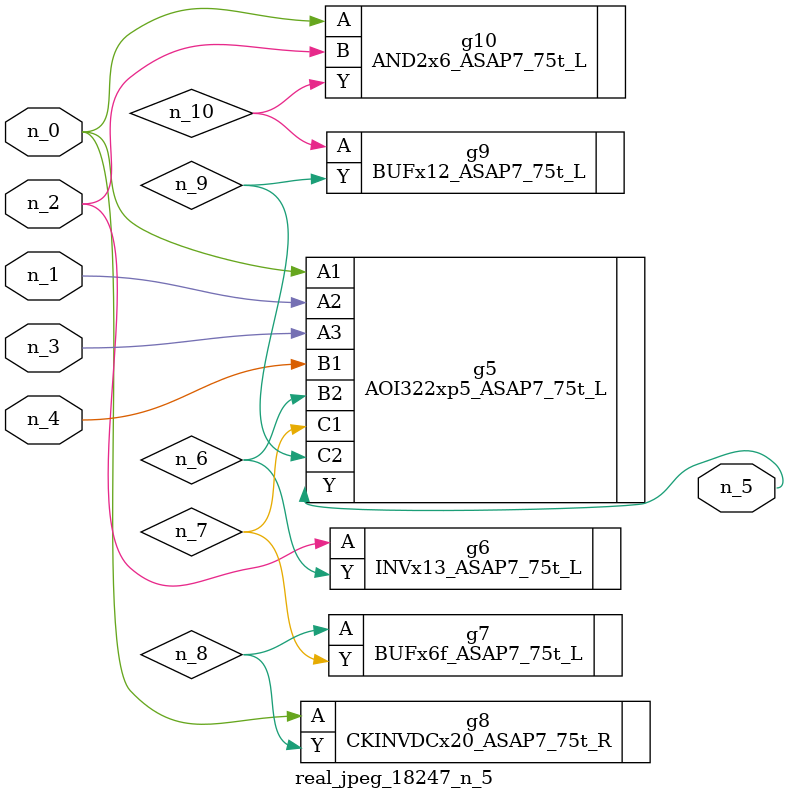
<source format=v>
module real_jpeg_18247_n_5 (n_4, n_0, n_1, n_2, n_3, n_5);

input n_4;
input n_0;
input n_1;
input n_2;
input n_3;

output n_5;

wire n_8;
wire n_6;
wire n_7;
wire n_10;
wire n_9;

AOI322xp5_ASAP7_75t_L g5 ( 
.A1(n_0),
.A2(n_1),
.A3(n_3),
.B1(n_4),
.B2(n_6),
.C1(n_7),
.C2(n_9),
.Y(n_5)
);

CKINVDCx20_ASAP7_75t_R g8 ( 
.A(n_0),
.Y(n_8)
);

AND2x6_ASAP7_75t_L g10 ( 
.A(n_0),
.B(n_2),
.Y(n_10)
);

INVx13_ASAP7_75t_L g6 ( 
.A(n_2),
.Y(n_6)
);

BUFx6f_ASAP7_75t_L g7 ( 
.A(n_8),
.Y(n_7)
);

BUFx12_ASAP7_75t_L g9 ( 
.A(n_10),
.Y(n_9)
);


endmodule
</source>
